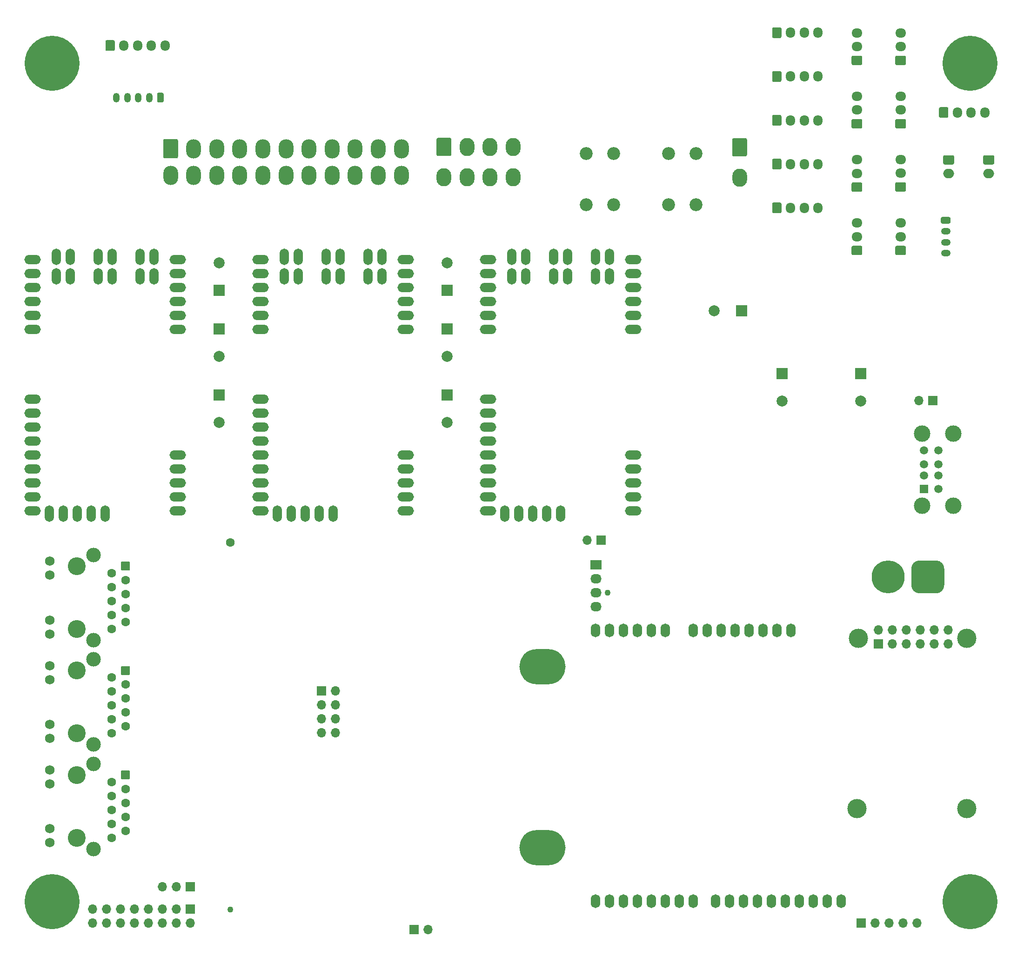
<source format=gbs>
G04 #@! TF.GenerationSoftware,KiCad,Pcbnew,8.0.4+1*
G04 #@! TF.CreationDate,2024-10-19T19:49:52+00:00*
G04 #@! TF.ProjectId,hw-openmower-yardforce,68772d6f-7065-46e6-9d6f-7765722d7961,rev?*
G04 #@! TF.SameCoordinates,Original*
G04 #@! TF.FileFunction,Soldermask,Bot*
G04 #@! TF.FilePolarity,Negative*
%FSLAX46Y46*%
G04 Gerber Fmt 4.6, Leading zero omitted, Abs format (unit mm)*
G04 Created by KiCad (PCBNEW 8.0.4+1) date 2024-10-19 19:49:52*
%MOMM*%
%LPD*%
G01*
G04 APERTURE LIST*
%ADD10C,6.000000*%
%ADD11R,2.000000X2.000000*%
%ADD12C,2.000000*%
%ADD13O,1.950000X1.700000*%
%ADD14O,1.700000X1.950000*%
%ADD15R,1.700000X1.700000*%
%ADD16O,1.700000X1.700000*%
%ADD17C,3.250000*%
%ADD18C,1.602000*%
%ADD19C,1.734000*%
%ADD20C,2.649000*%
%ADD21O,1.727200X2.500000*%
%ADD22C,0.900000*%
%ADD23C,10.000000*%
%ADD24O,3.000000X1.700000*%
%ADD25O,1.700000X3.000000*%
%ADD26C,2.350000*%
%ADD27R,1.500000X1.500000*%
%ADD28C,1.500000*%
%ADD29C,3.000000*%
%ADD30O,2.700000X3.300000*%
%ADD31O,1.750000X1.200000*%
%ADD32C,1.600000*%
%ADD33C,1.100000*%
%ADD34O,8.400000X6.400000*%
%ADD35O,2.700000X3.500000*%
%ADD36R,2.030000X1.730000*%
%ADD37O,2.030000X1.730000*%
%ADD38O,2.000000X1.700000*%
%ADD39C,3.500000*%
%ADD40O,1.200000X1.750000*%
G04 APERTURE END LIST*
G36*
G01*
X189500000Y-121000000D02*
X189500000Y-124000000D01*
G75*
G02*
X188000000Y-125500000I-1500000J0D01*
G01*
X185000000Y-125500000D01*
G75*
G02*
X183500000Y-124000000I0J1500000D01*
G01*
X183500000Y-121000000D01*
G75*
G02*
X185000000Y-119500000I1500000J0D01*
G01*
X188000000Y-119500000D01*
G75*
G02*
X189500000Y-121000000I0J-1500000D01*
G01*
G37*
D10*
X179300000Y-122500000D03*
D11*
X99000000Y-70367678D03*
D12*
X99000000Y-65367678D03*
G36*
G01*
X182275000Y-63950000D02*
X180825000Y-63950000D01*
G75*
G02*
X180575000Y-63700000I0J250000D01*
G01*
X180575000Y-62500000D01*
G75*
G02*
X180825000Y-62250000I250000J0D01*
G01*
X182275000Y-62250000D01*
G75*
G02*
X182525000Y-62500000I0J-250000D01*
G01*
X182525000Y-63700000D01*
G75*
G02*
X182275000Y-63950000I-250000J0D01*
G01*
G37*
D13*
X181550000Y-60600000D03*
X181550000Y-58100000D03*
G36*
G01*
X158175000Y-24190000D02*
X158175000Y-22740000D01*
G75*
G02*
X158425000Y-22490000I250000J0D01*
G01*
X159625000Y-22490000D01*
G75*
G02*
X159875000Y-22740000I0J-250000D01*
G01*
X159875000Y-24190000D01*
G75*
G02*
X159625000Y-24440000I-250000J0D01*
G01*
X158425000Y-24440000D01*
G75*
G02*
X158175000Y-24190000I0J250000D01*
G01*
G37*
D14*
X161525000Y-23465000D03*
X164025000Y-23465000D03*
X166525000Y-23465000D03*
D11*
X99000000Y-77367679D03*
D12*
X99000000Y-82367679D03*
D15*
X174360000Y-185450000D03*
D16*
X176900000Y-185450000D03*
X179439999Y-185450000D03*
X181980000Y-185450000D03*
X184520000Y-185450000D03*
D15*
X76125000Y-143200000D03*
D16*
X78665000Y-143200000D03*
X76125000Y-145740000D03*
X78665000Y-145740000D03*
X76125000Y-148279999D03*
X78665000Y-148280000D03*
X76125000Y-150820000D03*
X78665000Y-150820000D03*
D15*
X52275000Y-178875000D03*
D16*
X49735000Y-178875000D03*
X47195000Y-178875000D03*
D17*
X31600000Y-131970000D03*
X31600000Y-120540000D03*
G36*
G01*
X41189000Y-121336000D02*
X39791000Y-121336000D01*
G75*
G02*
X39689000Y-121234000I0J102000D01*
G01*
X39689000Y-119836000D01*
G75*
G02*
X39791000Y-119734000I102000J0D01*
G01*
X41189000Y-119734000D01*
G75*
G02*
X41291000Y-119836000I0J-102000D01*
G01*
X41291000Y-121234000D01*
G75*
G02*
X41189000Y-121336000I-102000J0D01*
G01*
G37*
D18*
X37950000Y-121815000D03*
X40490000Y-123075000D03*
X37950000Y-124355000D03*
X40490000Y-125615000D03*
X37950000Y-126895000D03*
X40490000Y-128155000D03*
X37950000Y-129435001D03*
X40490000Y-130695000D03*
X37950000Y-131975000D03*
D19*
X26700000Y-119630000D03*
X26700000Y-122170000D03*
X26700000Y-130340000D03*
X26700000Y-132880000D03*
D20*
X34650000Y-118510000D03*
X34650000Y-134000000D03*
G36*
G01*
X36850000Y-26525000D02*
X36850000Y-25075000D01*
G75*
G02*
X37100000Y-24825000I250000J0D01*
G01*
X38300000Y-24825000D01*
G75*
G02*
X38550000Y-25075000I0J-250000D01*
G01*
X38550000Y-26525000D01*
G75*
G02*
X38300000Y-26775000I-250000J0D01*
G01*
X37100000Y-26775000D01*
G75*
G02*
X36850000Y-26525000I0J250000D01*
G01*
G37*
D14*
X40200000Y-25800000D03*
X42700000Y-25800000D03*
X45200000Y-25800000D03*
X47700000Y-25800000D03*
D21*
X161637500Y-132257500D03*
X154017500Y-132257500D03*
X151477500Y-132257500D03*
X138777500Y-132257500D03*
X136237500Y-132257500D03*
X133697500Y-132257500D03*
X131157500Y-132257500D03*
X128617500Y-132257500D03*
X126077500Y-132257500D03*
X165701500Y-181517500D03*
X126077500Y-181517500D03*
X128617500Y-181517500D03*
X131157500Y-181517500D03*
X133697501Y-181517500D03*
X136237500Y-181517500D03*
X138777500Y-181517500D03*
X141317500Y-181517500D03*
X143857499Y-181517500D03*
X147921499Y-181517500D03*
X150461500Y-181517500D03*
X153001500Y-181517500D03*
X155541500Y-181517500D03*
X158081500Y-181517500D03*
X160621501Y-181517500D03*
X163161500Y-181517500D03*
X148937500Y-132257500D03*
X146397500Y-132257500D03*
X159097500Y-132257500D03*
X156557500Y-132257500D03*
X170781499Y-181517500D03*
X168241500Y-181517500D03*
X143857500Y-132257500D03*
G36*
G01*
X174325000Y-52416666D02*
X172875000Y-52416666D01*
G75*
G02*
X172625000Y-52166666I0J250000D01*
G01*
X172625000Y-50966666D01*
G75*
G02*
X172875000Y-50716666I250000J0D01*
G01*
X174325000Y-50716666D01*
G75*
G02*
X174575000Y-50966666I0J-250000D01*
G01*
X174575000Y-52166666D01*
G75*
G02*
X174325000Y-52416666I-250000J0D01*
G01*
G37*
D13*
X173600000Y-49066666D03*
X173600000Y-46566666D03*
D22*
X23400000Y-181565000D03*
X24498350Y-178913350D03*
X24498350Y-184216650D03*
X27150000Y-177815000D03*
D23*
X27150000Y-181565000D03*
D22*
X27150000Y-185315000D03*
X29801650Y-178913350D03*
X29801650Y-184216650D03*
X30900000Y-181565000D03*
G36*
G01*
X158175000Y-32157500D02*
X158175000Y-30707500D01*
G75*
G02*
X158425000Y-30457500I250000J0D01*
G01*
X159625000Y-30457500D01*
G75*
G02*
X159875000Y-30707500I0J-250000D01*
G01*
X159875000Y-32157500D01*
G75*
G02*
X159625000Y-32407500I-250000J0D01*
G01*
X158425000Y-32407500D01*
G75*
G02*
X158175000Y-32157500I0J250000D01*
G01*
G37*
D14*
X161525000Y-31432500D03*
X164025000Y-31432500D03*
X166525000Y-31432500D03*
D24*
X106500000Y-107960002D03*
X106500000Y-105420002D03*
X106500000Y-100340002D03*
X106500000Y-97800002D03*
X106500000Y-95260002D03*
X106500000Y-102880002D03*
X106500000Y-72400002D03*
X132900000Y-72400002D03*
X106500000Y-69860002D03*
X132900000Y-69860002D03*
X106500000Y-92720002D03*
D25*
X109540000Y-111000002D03*
X112080000Y-111000002D03*
X117160000Y-111000002D03*
X119700000Y-111000002D03*
D24*
X132900000Y-110500002D03*
X132900000Y-107960002D03*
X132900000Y-105420002D03*
X132900000Y-102880002D03*
X106500000Y-110500002D03*
D25*
X114620000Y-111000002D03*
D24*
X132900000Y-100340002D03*
X106500000Y-90180002D03*
X106500000Y-67320002D03*
X132900000Y-67320002D03*
X106500000Y-64780002D03*
X132900000Y-64780002D03*
D25*
X126050000Y-67820002D03*
X128590000Y-67820002D03*
X126050000Y-64280002D03*
X128590000Y-64280002D03*
X118430000Y-67820002D03*
X120970000Y-67820002D03*
X118430000Y-64280002D03*
X120970000Y-64280002D03*
D24*
X106500000Y-77480002D03*
X132900000Y-77480002D03*
X106500000Y-74940002D03*
X132900000Y-74940002D03*
D25*
X110810000Y-67820002D03*
X113350000Y-67820002D03*
X110810000Y-64280002D03*
X113350000Y-64280002D03*
D26*
X124325000Y-54765000D03*
X129325000Y-54765000D03*
X139325000Y-54765000D03*
X144325000Y-54765000D03*
D27*
X185820000Y-106500000D03*
D28*
X185820000Y-104000000D03*
X185820000Y-101999999D03*
X185820000Y-99500001D03*
X188440000Y-106500000D03*
X188440000Y-104000000D03*
X188440000Y-102000000D03*
X188440000Y-99500000D03*
D29*
X185470000Y-109570000D03*
X191150000Y-109570000D03*
X185470000Y-96430000D03*
X191150000Y-96430000D03*
G36*
G01*
X174325000Y-63950000D02*
X172875000Y-63950000D01*
G75*
G02*
X172625000Y-63700000I0J250000D01*
G01*
X172625000Y-62500000D01*
G75*
G02*
X172875000Y-62250000I250000J0D01*
G01*
X174325000Y-62250000D01*
G75*
G02*
X174575000Y-62500000I0J-250000D01*
G01*
X174575000Y-63700000D01*
G75*
G02*
X174325000Y-63950000I-250000J0D01*
G01*
G37*
D13*
X173600000Y-60600000D03*
X173600000Y-58100000D03*
G36*
G01*
X97100000Y-45649999D02*
X97100000Y-42850001D01*
G75*
G02*
X97350001Y-42600000I250001J0D01*
G01*
X99549999Y-42600000D01*
G75*
G02*
X99800000Y-42850001I0J-250001D01*
G01*
X99800000Y-45649999D01*
G75*
G02*
X99549999Y-45900000I-250001J0D01*
G01*
X97350001Y-45900000D01*
G75*
G02*
X97100000Y-45649999I0J250001D01*
G01*
G37*
D30*
X102650000Y-44250000D03*
X106850000Y-44250000D03*
X111050000Y-44250000D03*
X98450000Y-49750000D03*
X102650000Y-49750000D03*
X106850000Y-49750000D03*
X111050000Y-49750000D03*
D17*
X31600000Y-169970000D03*
X31600000Y-158540000D03*
G36*
G01*
X41189000Y-159336000D02*
X39791000Y-159336000D01*
G75*
G02*
X39689000Y-159234000I0J102000D01*
G01*
X39689000Y-157836000D01*
G75*
G02*
X39791000Y-157734000I102000J0D01*
G01*
X41189000Y-157734000D01*
G75*
G02*
X41291000Y-157836000I0J-102000D01*
G01*
X41291000Y-159234000D01*
G75*
G02*
X41189000Y-159336000I-102000J0D01*
G01*
G37*
D18*
X37950000Y-159815000D03*
X40490000Y-161075000D03*
X37950000Y-162355000D03*
X40490000Y-163615000D03*
X37950000Y-164895000D03*
X40490000Y-166155000D03*
X37950000Y-167435001D03*
X40490000Y-168695000D03*
X37950000Y-169975000D03*
D19*
X26700000Y-157630000D03*
X26700000Y-160170000D03*
X26700000Y-168340000D03*
X26700000Y-170880000D03*
D20*
X34650000Y-156510000D03*
X34650000Y-172000000D03*
G36*
G01*
X174325000Y-29350000D02*
X172875000Y-29350000D01*
G75*
G02*
X172625000Y-29100000I0J250000D01*
G01*
X172625000Y-27900000D01*
G75*
G02*
X172875000Y-27650000I250000J0D01*
G01*
X174325000Y-27650000D01*
G75*
G02*
X174575000Y-27900000I0J-250000D01*
G01*
X174575000Y-29100000D01*
G75*
G02*
X174325000Y-29350000I-250000J0D01*
G01*
G37*
D13*
X173600000Y-26000000D03*
X173600000Y-23500000D03*
G36*
G01*
X174325000Y-40883333D02*
X172875000Y-40883333D01*
G75*
G02*
X172625000Y-40633333I0J250000D01*
G01*
X172625000Y-39433333D01*
G75*
G02*
X172875000Y-39183333I250000J0D01*
G01*
X174325000Y-39183333D01*
G75*
G02*
X174575000Y-39433333I0J-250000D01*
G01*
X174575000Y-40633333D01*
G75*
G02*
X174325000Y-40883333I-250000J0D01*
G01*
G37*
X173600000Y-37533333D03*
X173600000Y-35033333D03*
G36*
G01*
X189125000Y-57000000D02*
X190375000Y-57000000D01*
G75*
G02*
X190625000Y-57250000I0J-250000D01*
G01*
X190625000Y-57950000D01*
G75*
G02*
X190375000Y-58200000I-250000J0D01*
G01*
X189125000Y-58200000D01*
G75*
G02*
X188875000Y-57950000I0J250000D01*
G01*
X188875000Y-57250000D01*
G75*
G02*
X189125000Y-57000000I250000J0D01*
G01*
G37*
D31*
X189750000Y-59600001D03*
X189750000Y-61600000D03*
X189750000Y-63600000D03*
G36*
G01*
X182275000Y-29350000D02*
X180825000Y-29350000D01*
G75*
G02*
X180575000Y-29100000I0J250000D01*
G01*
X180575000Y-27900000D01*
G75*
G02*
X180825000Y-27650000I250000J0D01*
G01*
X182275000Y-27650000D01*
G75*
G02*
X182525000Y-27900000I0J-250000D01*
G01*
X182525000Y-29100000D01*
G75*
G02*
X182275000Y-29350000I-250000J0D01*
G01*
G37*
D13*
X181550000Y-26000000D03*
X181550000Y-23500000D03*
G36*
G01*
X150900000Y-45714999D02*
X150900000Y-42915001D01*
G75*
G02*
X151150001Y-42665000I250001J0D01*
G01*
X153349999Y-42665000D01*
G75*
G02*
X153600000Y-42915001I0J-250001D01*
G01*
X153600000Y-45714999D01*
G75*
G02*
X153349999Y-45965000I-250001J0D01*
G01*
X151150001Y-45965000D01*
G75*
G02*
X150900000Y-45714999I0J250001D01*
G01*
G37*
D30*
X152250000Y-49815000D03*
D15*
X127075000Y-115840000D03*
D16*
X124535000Y-115840000D03*
D32*
X59600000Y-116200000D03*
D33*
X59600000Y-183000000D03*
D34*
X116400000Y-138800000D03*
X116400000Y-171800000D03*
G36*
G01*
X47350000Y-46074999D02*
X47350000Y-43075001D01*
G75*
G02*
X47600001Y-42825000I250001J0D01*
G01*
X49799999Y-42825000D01*
G75*
G02*
X50050000Y-43075001I0J-250001D01*
G01*
X50050000Y-46074999D01*
G75*
G02*
X49799999Y-46325000I-250001J0D01*
G01*
X47600001Y-46325000D01*
G75*
G02*
X47350000Y-46074999I0J250001D01*
G01*
G37*
D35*
X52900000Y-44575000D03*
X57100000Y-44575000D03*
X61300000Y-44575000D03*
X65500000Y-44575000D03*
X69700000Y-44575000D03*
X73900000Y-44575000D03*
X78100000Y-44575000D03*
X82300000Y-44575000D03*
X86500000Y-44575000D03*
X90700000Y-44575000D03*
X48700000Y-49425000D03*
X52900000Y-49425000D03*
X57100000Y-49425000D03*
X61300000Y-49425000D03*
X65500000Y-49425000D03*
X69700000Y-49425000D03*
X73900000Y-49425000D03*
X78100000Y-49425000D03*
X82300000Y-49425000D03*
X86500000Y-49425000D03*
X90700000Y-49425000D03*
D33*
X128260000Y-125340000D03*
D36*
X126100000Y-120260000D03*
D37*
X126100000Y-122800000D03*
X126100000Y-125340000D03*
X126100000Y-127880000D03*
D11*
X57500000Y-89382325D03*
D12*
X57500000Y-94382325D03*
D15*
X52280000Y-182925000D03*
D16*
X52280000Y-185465000D03*
X49740000Y-182925000D03*
X49740000Y-185465000D03*
X47200001Y-182925000D03*
X47200000Y-185465000D03*
X44660000Y-182925000D03*
X44660000Y-185465000D03*
X42120000Y-182925000D03*
X42120000Y-185465000D03*
X39580000Y-182925000D03*
X39580000Y-185465000D03*
X37040000Y-182925000D03*
X37040000Y-185465000D03*
X34499999Y-182925000D03*
X34500000Y-185465000D03*
D11*
X99000000Y-89382325D03*
D12*
X99000000Y-94382325D03*
G36*
G01*
X182275000Y-52383332D02*
X180825000Y-52383332D01*
G75*
G02*
X180575000Y-52133332I0J250000D01*
G01*
X180575000Y-50933332D01*
G75*
G02*
X180825000Y-50683332I250000J0D01*
G01*
X182275000Y-50683332D01*
G75*
G02*
X182525000Y-50933332I0J-250000D01*
G01*
X182525000Y-52133332D01*
G75*
G02*
X182275000Y-52383332I-250000J0D01*
G01*
G37*
D13*
X181550000Y-49033332D03*
X181550000Y-46533332D03*
D22*
X190400000Y-181565000D03*
X191498350Y-178913350D03*
X191498350Y-184216650D03*
X194150000Y-177815000D03*
D23*
X194150000Y-181565000D03*
D22*
X194150000Y-185315000D03*
X196801650Y-178913350D03*
X196801650Y-184216650D03*
X197900000Y-181565000D03*
G36*
G01*
X189550000Y-45750000D02*
X191050000Y-45750000D01*
G75*
G02*
X191300000Y-46000000I0J-250000D01*
G01*
X191300000Y-47200000D01*
G75*
G02*
X191050000Y-47450000I-250000J0D01*
G01*
X189550000Y-47450000D01*
G75*
G02*
X189300000Y-47200000I0J250000D01*
G01*
X189300000Y-46000000D01*
G75*
G02*
X189550000Y-45750000I250000J0D01*
G01*
G37*
D38*
X190300000Y-49100000D03*
D24*
X65085001Y-107960002D03*
X65085001Y-105420002D03*
X65085001Y-100340002D03*
X65085001Y-97800002D03*
X65085001Y-95260002D03*
X65085001Y-102880002D03*
X65085001Y-72400002D03*
X91485001Y-72400002D03*
X65085001Y-69860002D03*
X91485001Y-69860002D03*
X65085001Y-92720002D03*
D25*
X68125001Y-111000002D03*
X70665001Y-111000002D03*
X75745001Y-111000002D03*
X78285001Y-111000002D03*
D24*
X91485001Y-110500002D03*
X91485001Y-107960002D03*
X91485001Y-105420002D03*
X91485001Y-102880002D03*
X65085001Y-110500002D03*
D25*
X73205001Y-111000002D03*
D24*
X91485001Y-100340002D03*
X65085001Y-90180002D03*
X65085001Y-67320002D03*
X91485001Y-67320002D03*
X65085001Y-64780002D03*
X91485001Y-64780002D03*
D25*
X84635001Y-67820002D03*
X87175001Y-67820002D03*
X84635001Y-64280002D03*
X87175001Y-64280002D03*
X77015001Y-67820002D03*
X79555001Y-67820002D03*
X77015001Y-64280002D03*
X79555001Y-64280002D03*
D24*
X65085001Y-77480002D03*
X91485001Y-77480002D03*
X65085001Y-74940002D03*
X91485001Y-74940002D03*
D25*
X69395001Y-67820002D03*
X71935001Y-67820002D03*
X69395001Y-64280002D03*
X71935001Y-64280002D03*
D11*
X174300000Y-85482323D03*
D12*
X174300000Y-90482323D03*
D11*
X57500000Y-77367679D03*
D12*
X57500000Y-82367679D03*
G36*
G01*
X182275000Y-40883333D02*
X180825000Y-40883333D01*
G75*
G02*
X180575000Y-40633333I0J250000D01*
G01*
X180575000Y-39433333D01*
G75*
G02*
X180825000Y-39183333I250000J0D01*
G01*
X182275000Y-39183333D01*
G75*
G02*
X182525000Y-39433333I0J-250000D01*
G01*
X182525000Y-40633333D01*
G75*
G02*
X182275000Y-40883333I-250000J0D01*
G01*
G37*
D13*
X181550000Y-37533333D03*
X181550000Y-35033333D03*
G36*
G01*
X158175000Y-40125000D02*
X158175000Y-38675000D01*
G75*
G02*
X158425000Y-38425000I250000J0D01*
G01*
X159625000Y-38425000D01*
G75*
G02*
X159875000Y-38675000I0J-250000D01*
G01*
X159875000Y-40125000D01*
G75*
G02*
X159625000Y-40375000I-250000J0D01*
G01*
X158425000Y-40375000D01*
G75*
G02*
X158175000Y-40125000I0J250000D01*
G01*
G37*
D14*
X161525000Y-39400000D03*
X164025000Y-39400000D03*
X166525000Y-39400000D03*
D24*
X23600000Y-107960002D03*
X23600000Y-105420002D03*
X23600000Y-100340002D03*
X23600000Y-97800002D03*
X23600000Y-95260002D03*
X23600000Y-102880002D03*
X23600000Y-72400002D03*
X50000000Y-72400002D03*
X23600000Y-69860002D03*
X50000000Y-69860002D03*
X23600000Y-92720002D03*
D25*
X26640000Y-111000002D03*
X29180000Y-111000002D03*
X34260000Y-111000002D03*
X36800000Y-111000002D03*
D24*
X50000000Y-110500002D03*
X50000000Y-107960002D03*
X50000000Y-105420002D03*
X50000000Y-102880002D03*
X23600000Y-110500002D03*
D25*
X31720000Y-111000002D03*
D24*
X50000000Y-100340002D03*
X23600000Y-90180002D03*
X23600000Y-67320002D03*
X50000000Y-67320002D03*
X23600000Y-64780002D03*
X50000000Y-64780002D03*
D25*
X43150000Y-67820002D03*
X45690000Y-67820002D03*
X43150000Y-64280002D03*
X45690000Y-64280002D03*
X35530000Y-67820002D03*
X38070000Y-67820002D03*
X35530000Y-64280002D03*
X38070000Y-64280002D03*
D24*
X23600000Y-77480002D03*
X50000000Y-77480002D03*
X23600000Y-74940002D03*
X50000000Y-74940002D03*
D25*
X27910000Y-67820002D03*
X30450000Y-67820002D03*
X27910000Y-64280002D03*
X30450000Y-64280002D03*
D15*
X187400000Y-90400000D03*
D16*
X184860000Y-90400000D03*
D15*
X92975000Y-186672500D03*
D16*
X95515000Y-186672500D03*
D22*
X190400000Y-29065000D03*
X191498350Y-26413350D03*
X191498350Y-31716650D03*
X194150000Y-25315000D03*
D23*
X194150000Y-29065000D03*
D22*
X194150000Y-32815000D03*
X196801650Y-26413350D03*
X196801650Y-31716650D03*
X197900000Y-29065000D03*
D17*
X31600000Y-150970000D03*
X31600000Y-139540000D03*
G36*
G01*
X41189000Y-140336000D02*
X39791000Y-140336000D01*
G75*
G02*
X39689000Y-140234000I0J102000D01*
G01*
X39689000Y-138836000D01*
G75*
G02*
X39791000Y-138734000I102000J0D01*
G01*
X41189000Y-138734000D01*
G75*
G02*
X41291000Y-138836000I0J-102000D01*
G01*
X41291000Y-140234000D01*
G75*
G02*
X41189000Y-140336000I-102000J0D01*
G01*
G37*
D18*
X37950000Y-140815000D03*
X40490000Y-142075000D03*
X37950000Y-143355000D03*
X40490000Y-144615000D03*
X37950000Y-145895000D03*
X40490000Y-147155000D03*
X37950000Y-148435001D03*
X40490000Y-149695000D03*
X37950000Y-150975000D03*
D19*
X26700000Y-138630000D03*
X26700000Y-141170000D03*
X26700000Y-149340000D03*
X26700000Y-151880000D03*
D20*
X34650000Y-137510000D03*
X34650000Y-153000000D03*
D22*
X23400000Y-29065000D03*
X24498350Y-26413350D03*
X24498350Y-31716650D03*
X27150000Y-25315000D03*
D23*
X27150000Y-29065000D03*
D22*
X27150000Y-32815000D03*
X29801650Y-26413350D03*
X29801650Y-31716650D03*
X30900000Y-29065000D03*
D11*
X152600000Y-74100000D03*
D12*
X147600000Y-74100000D03*
D39*
X193612500Y-164687499D03*
X193612500Y-133687499D03*
X173862500Y-133687499D03*
X173612501Y-164687499D03*
D15*
X177512500Y-134707499D03*
D16*
X180052500Y-134707499D03*
X182592500Y-134707499D03*
X185132500Y-134707499D03*
X187672500Y-134707499D03*
X190212500Y-134707499D03*
X177512501Y-132167499D03*
X180052500Y-132167499D03*
X182592500Y-132167499D03*
X185132500Y-132167499D03*
X187672500Y-132167498D03*
X190212500Y-132167499D03*
D11*
X160000000Y-85482323D03*
D12*
X160000000Y-90482323D03*
G36*
G01*
X47446000Y-34634999D02*
X47446000Y-35885001D01*
G75*
G02*
X47196001Y-36135000I-249999J0D01*
G01*
X46495999Y-36135000D01*
G75*
G02*
X46246000Y-35885001I0J249999D01*
G01*
X46246000Y-34634999D01*
G75*
G02*
X46495999Y-34385000I249999J0D01*
G01*
X47196001Y-34385000D01*
G75*
G02*
X47446000Y-34634999I0J-249999D01*
G01*
G37*
D40*
X44846000Y-35260000D03*
X42846000Y-35260000D03*
X40846000Y-35260000D03*
X38846000Y-35260000D03*
D11*
X57500000Y-70367678D03*
D12*
X57500000Y-65367678D03*
G36*
G01*
X196850000Y-45750000D02*
X198350000Y-45750000D01*
G75*
G02*
X198600000Y-46000000I0J-250000D01*
G01*
X198600000Y-47200000D01*
G75*
G02*
X198350000Y-47450000I-250000J0D01*
G01*
X196850000Y-47450000D01*
G75*
G02*
X196600000Y-47200000I0J250000D01*
G01*
X196600000Y-46000000D01*
G75*
G02*
X196850000Y-45750000I250000J0D01*
G01*
G37*
D38*
X197600000Y-49100000D03*
G36*
G01*
X188550000Y-38700000D02*
X188550000Y-37250000D01*
G75*
G02*
X188800000Y-37000000I250000J0D01*
G01*
X190000000Y-37000000D01*
G75*
G02*
X190250000Y-37250000I0J-250000D01*
G01*
X190250000Y-38700000D01*
G75*
G02*
X190000000Y-38950000I-250000J0D01*
G01*
X188800000Y-38950000D01*
G75*
G02*
X188550000Y-38700000I0J250000D01*
G01*
G37*
D14*
X191900000Y-37975000D03*
X194400000Y-37975000D03*
X196900000Y-37975000D03*
G36*
G01*
X158175000Y-56060000D02*
X158175000Y-54610000D01*
G75*
G02*
X158425000Y-54360000I250000J0D01*
G01*
X159625000Y-54360000D01*
G75*
G02*
X159875000Y-54610000I0J-250000D01*
G01*
X159875000Y-56060000D01*
G75*
G02*
X159625000Y-56310000I-250000J0D01*
G01*
X158425000Y-56310000D01*
G75*
G02*
X158175000Y-56060000I0J250000D01*
G01*
G37*
X161525000Y-55335000D03*
X164025000Y-55335000D03*
X166525000Y-55335000D03*
D26*
X124325000Y-45415000D03*
X129325000Y-45415000D03*
X139325000Y-45415000D03*
X144325000Y-45415000D03*
G36*
G01*
X158175000Y-48092500D02*
X158175000Y-46642500D01*
G75*
G02*
X158425000Y-46392500I250000J0D01*
G01*
X159625000Y-46392500D01*
G75*
G02*
X159875000Y-46642500I0J-250000D01*
G01*
X159875000Y-48092500D01*
G75*
G02*
X159625000Y-48342500I-250000J0D01*
G01*
X158425000Y-48342500D01*
G75*
G02*
X158175000Y-48092500I0J250000D01*
G01*
G37*
D14*
X161525000Y-47367500D03*
X164025000Y-47367500D03*
X166525000Y-47367500D03*
M02*

</source>
